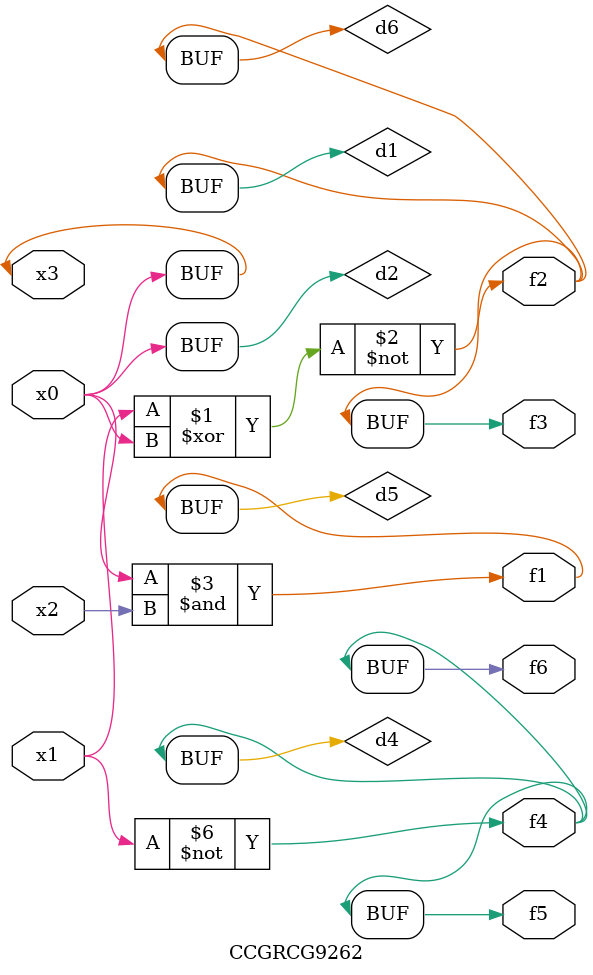
<source format=v>
module CCGRCG9262(
	input x0, x1, x2, x3,
	output f1, f2, f3, f4, f5, f6
);

	wire d1, d2, d3, d4, d5, d6;

	xnor (d1, x1, x3);
	buf (d2, x0, x3);
	nand (d3, x0, x2);
	not (d4, x1);
	nand (d5, d3);
	or (d6, d1);
	assign f1 = d5;
	assign f2 = d6;
	assign f3 = d6;
	assign f4 = d4;
	assign f5 = d4;
	assign f6 = d4;
endmodule

</source>
